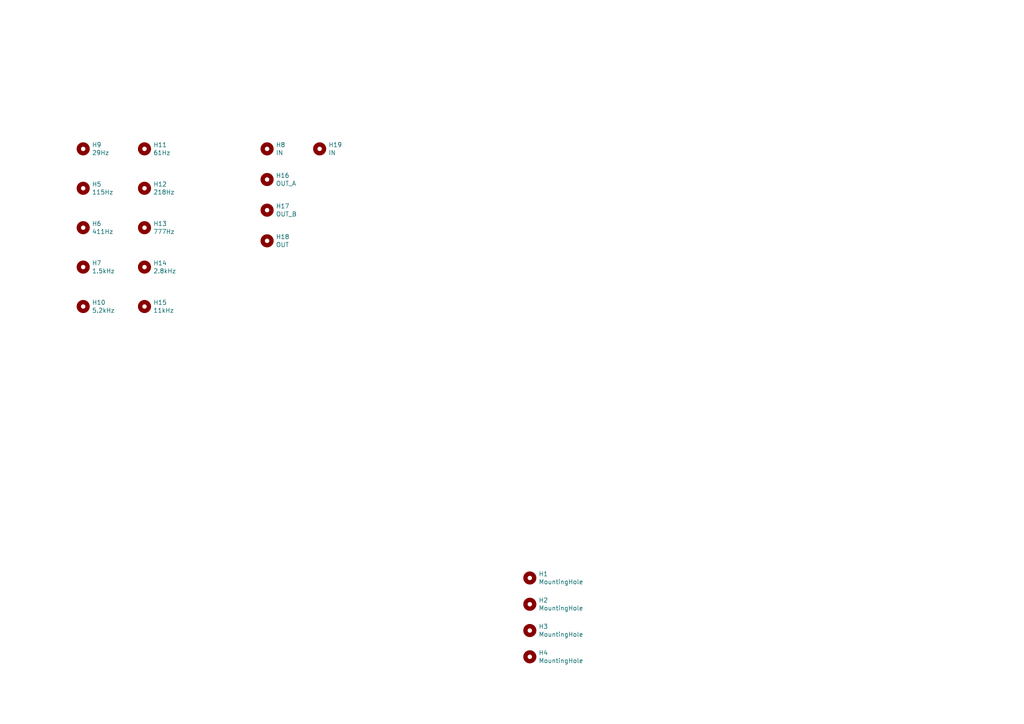
<source format=kicad_sch>
(kicad_sch (version 20211123) (generator eeschema)
  (paper "A4")
  (title_block (title "equalizer") (date "2021-08-01") (rev "R01") (comment 1 "schema for panel") (comment 2 "Resonant equalizer by Serge Tcherepnin") (comment 4 "License CC BY 4.0 - Attribution 4.0 International"))
  (lib_symbols
    (symbol "Mechanical:MountingHole" (pin_names (offset 1.016))
      (property "Reference" "H" (at 0 5.08 0))
      (property "Value" "MountingHole" (at 0 3.175 0))
      (symbol "MountingHole_0_1"
        (circle (center 0 0) (radius 1.27) (stroke (width 1.27)))
      )
    )
  )
  (symbol (lib_id "Mechanical:MountingHole") (at 24.13 43.18 0) (unit 1)
    (property "Reference" "H9" (at 26.67 42.0116 0) (effects (justify left)))
    (property "Value" "29Hz" (at 26.67 44.323 0) (effects (justify left)))
    (property "Footprint" "elektrophon:panel_potentiometer" (effects hide))
  )
  (symbol (lib_id "Mechanical:MountingHole") (at 77.47 43.18 0) (unit 1)
    (property "Reference" "H8" (at 80.01 42.0116 0) (effects (justify left)))
    (property "Value" "IN" (at 80.01 44.323 0) (effects (justify left)))
    (property "Footprint" "elektrophon:panel_jack" (effects hide))
  )
  (symbol (lib_id "Mechanical:MountingHole") (at 153.67 182.88 0) (unit 1)
    (property "Reference" "H3" (at 156.21 181.7116 0) (effects (justify left)))
    (property "Value" "MountingHole" (at 156.21 184.023 0) (effects (justify left)))
    (property "Footprint" "elektrophon:MountingHole_Panel_3.2mm_M3" (effects hide))
  )
  (symbol (lib_id "Mechanical:MountingHole") (at 153.67 190.5 0) (unit 1)
    (property "Reference" "H4" (at 156.21 189.3316 0) (effects (justify left)))
    (property "Value" "MountingHole" (at 156.21 191.643 0) (effects (justify left)))
    (property "Footprint" "elektrophon:MountingHole_Panel_3.2mm_M3" (effects hide))
  )
  (symbol (lib_id "Mechanical:MountingHole") (at 153.67 167.64 0) (unit 1)
    (property "Reference" "H1" (at 156.21 166.4716 0) (effects (justify left)))
    (property "Value" "MountingHole" (at 156.21 168.783 0) (effects (justify left)))
    (property "Footprint" "elektrophon:MountingHole_Panel_3.2mm_M3" (effects hide))
  )
  (symbol (lib_id "Mechanical:MountingHole") (at 153.67 175.26 0) (unit 1)
    (property "Reference" "H2" (at 156.21 174.0916 0) (effects (justify left)))
    (property "Value" "MountingHole" (at 156.21 176.403 0) (effects (justify left)))
    (property "Footprint" "elektrophon:MountingHole_Panel_3.2mm_M3" (effects hide))
  )
  (symbol (lib_id "Mechanical:MountingHole") (at 41.91 43.18 0) (unit 1)
    (property "Reference" "H11" (at 44.45 42.0116 0) (effects (justify left)))
    (property "Value" "61Hz" (at 44.45 44.323 0) (effects (justify left)))
    (property "Footprint" "elektrophon:panel_potentiometer" (effects hide))
  )
  (symbol (lib_id "Mechanical:MountingHole") (at 24.13 54.61 0) (unit 1)
    (property "Reference" "H5" (at 26.67 53.4416 0) (effects (justify left)))
    (property "Value" "115Hz" (at 26.67 55.753 0) (effects (justify left)))
    (property "Footprint" "elektrophon:panel_potentiometer" (effects hide))
  )
  (symbol (lib_id "Mechanical:MountingHole") (at 41.91 54.61 0) (unit 1)
    (property "Reference" "H12" (at 44.45 53.4416 0) (effects (justify left)))
    (property "Value" "218Hz" (at 44.45 55.753 0) (effects (justify left)))
    (property "Footprint" "elektrophon:panel_potentiometer" (effects hide))
  )
  (symbol (lib_id "Mechanical:MountingHole") (at 24.13 66.04 0) (unit 1)
    (property "Reference" "H6" (at 26.67 64.8716 0) (effects (justify left)))
    (property "Value" "411Hz" (at 26.67 67.183 0) (effects (justify left)))
    (property "Footprint" "elektrophon:panel_potentiometer" (effects hide))
  )
  (symbol (lib_id "Mechanical:MountingHole") (at 41.91 66.04 0) (unit 1)
    (property "Reference" "H13" (at 44.45 64.8716 0) (effects (justify left)))
    (property "Value" "777Hz" (at 44.45 67.183 0) (effects (justify left)))
    (property "Footprint" "elektrophon:panel_potentiometer" (effects hide))
  )
  (symbol (lib_id "Mechanical:MountingHole") (at 24.13 77.47 0) (unit 1)
    (property "Reference" "H7" (at 26.67 76.3016 0) (effects (justify left)))
    (property "Value" "1.5kHz" (at 26.67 78.613 0) (effects (justify left)))
    (property "Footprint" "elektrophon:panel_potentiometer" (effects hide))
  )
  (symbol (lib_id "Mechanical:MountingHole") (at 41.91 77.47 0) (unit 1)
    (property "Reference" "H14" (at 44.45 76.3016 0) (effects (justify left)))
    (property "Value" "2.8kHz" (at 44.45 78.613 0) (effects (justify left)))
    (property "Footprint" "elektrophon:panel_potentiometer" (effects hide))
  )
  (symbol (lib_id "Mechanical:MountingHole") (at 24.13 88.9 0) (unit 1)
    (property "Reference" "H10" (at 26.67 87.7316 0) (effects (justify left)))
    (property "Value" "5.2kHz" (at 26.67 90.043 0) (effects (justify left)))
    (property "Footprint" "elektrophon:panel_potentiometer" (effects hide))
  )
  (symbol (lib_id "Mechanical:MountingHole") (at 41.91 88.9 0) (unit 1)
    (property "Reference" "H15" (at 44.45 87.7316 0) (effects (justify left)))
    (property "Value" "11kHz" (at 44.45 90.043 0) (effects (justify left)))
    (property "Footprint" "elektrophon:panel_potentiometer" (effects hide))
  )
  (symbol (lib_id "Mechanical:MountingHole") (at 77.47 52.07 0) (unit 1)
    (property "Reference" "H16" (at 80.01 50.9016 0) (effects (justify left)))
    (property "Value" "OUT_A" (at 80.01 53.213 0) (effects (justify left)))
    (property "Footprint" "elektrophon:panel_jack" (effects hide))
  )
  (symbol (lib_id "Mechanical:MountingHole") (at 77.47 60.96 0) (unit 1)
    (property "Reference" "H17" (at 80.01 59.7916 0) (effects (justify left)))
    (property "Value" "OUT_B" (at 80.01 62.103 0) (effects (justify left)))
    (property "Footprint" "elektrophon:panel_jack" (effects hide))
  )
  (symbol (lib_id "Mechanical:MountingHole") (at 77.47 69.85 0) (unit 1)
    (property "Reference" "H18" (at 80.01 68.6816 0) (effects (justify left)))
    (property "Value" "OUT" (at 80.01 70.993 0) (effects (justify left)))
    (property "Footprint" "elektrophon:panel_jack" (effects hide))
  )
  (symbol (lib_id "Mechanical:MountingHole") (at 92.71 43.18 0) (unit 1)
    (property "Reference" "H19" (at 95.25 42.0116 0) (effects (justify left)))
    (property "Value" "IN" (at 95.25 44.323 0) (effects (justify left)))
    (property "Footprint" "elektrophon:panel_potentiometer" (effects hide))
  )
)
</source>
